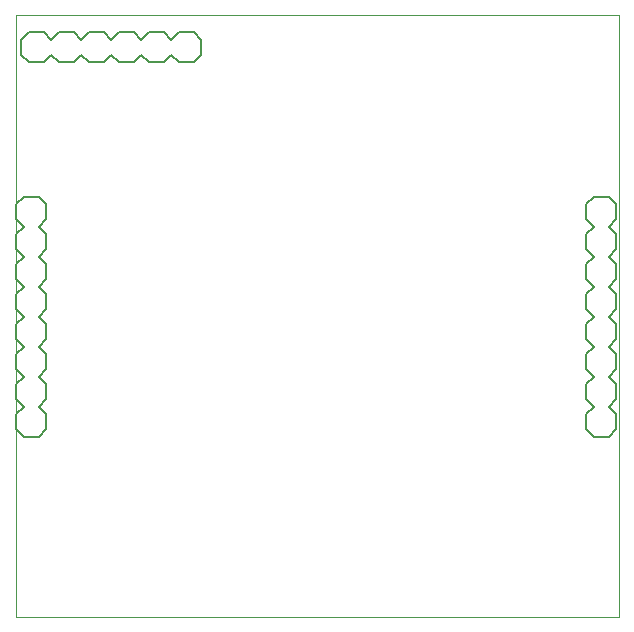
<source format=gbo>
G75*
%MOIN*%
%OFA0B0*%
%FSLAX25Y25*%
%IPPOS*%
%LPD*%
%AMOC8*
5,1,8,0,0,1.08239X$1,22.5*
%
%ADD10C,0.00000*%
%ADD11C,0.00800*%
D10*
X0014920Y0007058D02*
X0014920Y0207846D01*
X0215707Y0207846D01*
X0215707Y0007058D01*
X0014920Y0007058D01*
D11*
X0017420Y0067058D02*
X0014920Y0069558D01*
X0014920Y0074558D01*
X0017420Y0077058D01*
X0014920Y0079558D01*
X0014920Y0084558D01*
X0017420Y0087058D01*
X0014920Y0089558D01*
X0014920Y0094558D01*
X0017420Y0097058D01*
X0014920Y0099558D01*
X0014920Y0104558D01*
X0017420Y0107058D01*
X0014920Y0109558D01*
X0014920Y0114558D01*
X0017420Y0117058D01*
X0014920Y0119558D01*
X0014920Y0124558D01*
X0017420Y0127058D01*
X0014920Y0129558D01*
X0014920Y0134558D01*
X0017420Y0137058D01*
X0014920Y0139558D01*
X0014920Y0144558D01*
X0017420Y0147058D01*
X0022420Y0147058D01*
X0024920Y0144558D01*
X0024920Y0139558D01*
X0022420Y0137058D01*
X0024920Y0134558D01*
X0024920Y0129558D01*
X0022420Y0127058D01*
X0024920Y0124558D01*
X0024920Y0119558D01*
X0022420Y0117058D01*
X0024920Y0114558D01*
X0024920Y0109558D01*
X0022420Y0107058D01*
X0024920Y0104558D01*
X0024920Y0099558D01*
X0022420Y0097058D01*
X0024920Y0094558D01*
X0024920Y0089558D01*
X0022420Y0087058D01*
X0024920Y0084558D01*
X0024920Y0079558D01*
X0022420Y0077058D01*
X0024920Y0074558D01*
X0024920Y0069558D01*
X0022420Y0067058D01*
X0017420Y0067058D01*
X0019105Y0192005D02*
X0016605Y0194505D01*
X0016605Y0199505D01*
X0019105Y0202005D01*
X0024105Y0202005D01*
X0026605Y0199505D01*
X0029105Y0202005D01*
X0034105Y0202005D01*
X0036605Y0199505D01*
X0039105Y0202005D01*
X0044105Y0202005D01*
X0046605Y0199505D01*
X0049105Y0202005D01*
X0054105Y0202005D01*
X0056605Y0199505D01*
X0059105Y0202005D01*
X0064105Y0202005D01*
X0066605Y0199505D01*
X0069105Y0202005D01*
X0074105Y0202005D01*
X0076605Y0199505D01*
X0076605Y0194505D01*
X0074105Y0192005D01*
X0069105Y0192005D01*
X0066605Y0194505D01*
X0064105Y0192005D01*
X0059105Y0192005D01*
X0056605Y0194505D01*
X0054105Y0192005D01*
X0049105Y0192005D01*
X0046605Y0194505D01*
X0044105Y0192005D01*
X0039105Y0192005D01*
X0036605Y0194505D01*
X0034105Y0192005D01*
X0029105Y0192005D01*
X0026605Y0194505D01*
X0024105Y0192005D01*
X0019105Y0192005D01*
X0204920Y0144558D02*
X0204920Y0139558D01*
X0207420Y0137058D01*
X0204920Y0134558D01*
X0204920Y0129558D01*
X0207420Y0127058D01*
X0204920Y0124558D01*
X0204920Y0119558D01*
X0207420Y0117058D01*
X0204920Y0114558D01*
X0204920Y0109558D01*
X0207420Y0107058D01*
X0204920Y0104558D01*
X0204920Y0099558D01*
X0207420Y0097058D01*
X0204920Y0094558D01*
X0204920Y0089558D01*
X0207420Y0087058D01*
X0204920Y0084558D01*
X0204920Y0079558D01*
X0207420Y0077058D01*
X0204920Y0074558D01*
X0204920Y0069558D01*
X0207420Y0067058D01*
X0212420Y0067058D01*
X0214920Y0069558D01*
X0214920Y0074558D01*
X0212420Y0077058D01*
X0214920Y0079558D01*
X0214920Y0084558D01*
X0212420Y0087058D01*
X0214920Y0089558D01*
X0214920Y0094558D01*
X0212420Y0097058D01*
X0214920Y0099558D01*
X0214920Y0104558D01*
X0212420Y0107058D01*
X0214920Y0109558D01*
X0214920Y0114558D01*
X0212420Y0117058D01*
X0214920Y0119558D01*
X0214920Y0124558D01*
X0212420Y0127058D01*
X0214920Y0129558D01*
X0214920Y0134558D01*
X0212420Y0137058D01*
X0214920Y0139558D01*
X0214920Y0144558D01*
X0212420Y0147058D01*
X0207420Y0147058D01*
X0204920Y0144558D01*
M02*

</source>
